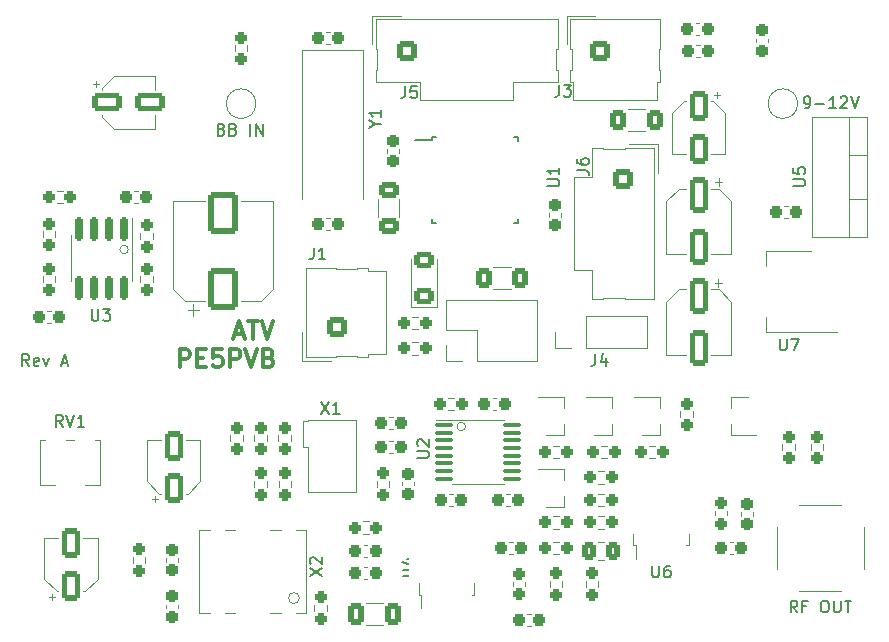
<source format=gbr>
%TF.GenerationSoftware,KiCad,Pcbnew,7.0.2*%
%TF.CreationDate,2023-08-02T15:39:13+02:00*%
%TF.ProjectId,ATV,4154562e-6b69-4636-9164-5f7063625858,1*%
%TF.SameCoordinates,Original*%
%TF.FileFunction,Legend,Top*%
%TF.FilePolarity,Positive*%
%FSLAX46Y46*%
G04 Gerber Fmt 4.6, Leading zero omitted, Abs format (unit mm)*
G04 Created by KiCad (PCBNEW 7.0.2) date 2023-08-02 15:39:13*
%MOMM*%
%LPD*%
G01*
G04 APERTURE LIST*
G04 Aperture macros list*
%AMRoundRect*
0 Rectangle with rounded corners*
0 $1 Rounding radius*
0 $2 $3 $4 $5 $6 $7 $8 $9 X,Y pos of 4 corners*
0 Add a 4 corners polygon primitive as box body*
4,1,4,$2,$3,$4,$5,$6,$7,$8,$9,$2,$3,0*
0 Add four circle primitives for the rounded corners*
1,1,$1+$1,$2,$3*
1,1,$1+$1,$4,$5*
1,1,$1+$1,$6,$7*
1,1,$1+$1,$8,$9*
0 Add four rect primitives between the rounded corners*
20,1,$1+$1,$2,$3,$4,$5,0*
20,1,$1+$1,$4,$5,$6,$7,0*
20,1,$1+$1,$6,$7,$8,$9,0*
20,1,$1+$1,$8,$9,$2,$3,0*%
%AMFreePoly0*
4,1,9,3.862500,-0.866500,0.737500,-0.866500,0.737500,-0.450000,-0.737500,-0.450000,-0.737500,0.450000,0.737500,0.450000,0.737500,0.866500,3.862500,0.866500,3.862500,-0.866500,3.862500,-0.866500,$1*%
G04 Aperture macros list end*
%ADD10C,0.120000*%
%ADD11C,0.200000*%
%ADD12C,0.375000*%
%ADD13C,0.150000*%
%ADD14C,0.100000*%
%ADD15RoundRect,0.237500X-0.237500X0.250000X-0.237500X-0.250000X0.237500X-0.250000X0.237500X0.250000X0*%
%ADD16RoundRect,0.237500X-0.250000X-0.237500X0.250000X-0.237500X0.250000X0.237500X-0.250000X0.237500X0*%
%ADD17O,2.000000X1.905000*%
%ADD18R,2.000000X1.905000*%
%ADD19R,1.000000X1.500000*%
%ADD20R,1.200000X1.600000*%
%ADD21R,3.000000X1.600000*%
%ADD22RoundRect,0.237500X-0.237500X0.300000X-0.237500X-0.300000X0.237500X-0.300000X0.237500X0.300000X0*%
%ADD23C,1.740000*%
%ADD24RoundRect,0.249999X0.620001X-0.620001X0.620001X0.620001X-0.620001X0.620001X-0.620001X-0.620001X0*%
%ADD25RoundRect,0.250000X0.550000X-1.050000X0.550000X1.050000X-0.550000X1.050000X-0.550000X-1.050000X0*%
%ADD26RoundRect,0.250000X-1.050000X-0.550000X1.050000X-0.550000X1.050000X0.550000X-1.050000X0.550000X0*%
%ADD27R,0.900000X0.800000*%
%ADD28R,1.300000X1.600000*%
%ADD29R,2.000000X1.600000*%
%ADD30RoundRect,0.237500X0.237500X-0.250000X0.237500X0.250000X-0.237500X0.250000X-0.237500X-0.250000X0*%
%ADD31RoundRect,0.250000X0.337500X0.475000X-0.337500X0.475000X-0.337500X-0.475000X0.337500X-0.475000X0*%
%ADD32RoundRect,0.249999X-0.400001X-0.625001X0.400001X-0.625001X0.400001X0.625001X-0.400001X0.625001X0*%
%ADD33R,2.000000X4.500000*%
%ADD34RoundRect,0.237500X0.300000X0.237500X-0.300000X0.237500X-0.300000X-0.237500X0.300000X-0.237500X0*%
%ADD35RoundRect,0.150000X-0.150000X0.825000X-0.150000X-0.825000X0.150000X-0.825000X0.150000X0.825000X0*%
%ADD36O,1.700000X1.700000*%
%ADD37R,1.700000X1.700000*%
%ADD38RoundRect,0.249999X-0.620001X-0.620001X0.620001X-0.620001X0.620001X0.620001X-0.620001X0.620001X0*%
%ADD39RoundRect,0.249999X0.400001X0.625001X-0.400001X0.625001X-0.400001X-0.625001X0.400001X-0.625001X0*%
%ADD40RoundRect,0.249999X-0.625001X0.400001X-0.625001X-0.400001X0.625001X-0.400001X0.625001X0.400001X0*%
%ADD41RoundRect,0.249999X-0.620001X0.620001X-0.620001X-0.620001X0.620001X-0.620001X0.620001X0.620001X0*%
%ADD42C,2.000000*%
%ADD43FreePoly0,90.000000*%
%ADD44R,0.900000X1.300000*%
%ADD45R,2.000000X1.500000*%
%ADD46R,2.000000X3.800000*%
%ADD47RoundRect,0.100000X-0.637500X-0.100000X0.637500X-0.100000X0.637500X0.100000X-0.637500X0.100000X0*%
%ADD48R,0.550000X1.600000*%
%ADD49R,1.600000X0.550000*%
%ADD50RoundRect,0.237500X0.250000X0.237500X-0.250000X0.237500X-0.250000X-0.237500X0.250000X-0.237500X0*%
%ADD51RoundRect,0.237500X-0.237500X0.287500X-0.237500X-0.287500X0.237500X-0.287500X0.237500X0.287500X0*%
%ADD52RoundRect,0.237500X0.237500X-0.287500X0.237500X0.287500X-0.237500X0.287500X-0.237500X-0.287500X0*%
%ADD53C,2.250000*%
%ADD54C,1.440000*%
%ADD55RoundRect,0.250000X0.625000X-0.462500X0.625000X0.462500X-0.625000X0.462500X-0.625000X-0.462500X0*%
%ADD56RoundRect,0.237500X0.237500X-0.300000X0.237500X0.300000X-0.237500X0.300000X-0.237500X-0.300000X0*%
%ADD57RoundRect,0.250000X-0.550000X1.250000X-0.550000X-1.250000X0.550000X-1.250000X0.550000X1.250000X0*%
%ADD58RoundRect,0.237500X-0.300000X-0.237500X0.300000X-0.237500X0.300000X0.237500X-0.300000X0.237500X0*%
%ADD59RoundRect,0.250000X-0.550000X1.050000X-0.550000X-1.050000X0.550000X-1.050000X0.550000X1.050000X0*%
%ADD60RoundRect,0.249997X0.412503X0.650003X-0.412503X0.650003X-0.412503X-0.650003X0.412503X-0.650003X0*%
%ADD61RoundRect,0.250000X1.000000X-1.500000X1.000000X1.500000X-1.000000X1.500000X-1.000000X-1.500000X0*%
G04 APERTURE END LIST*
D10*
X99016420Y-144145000D02*
G75*
G03*
X99016420Y-144145000I-359210J0D01*
G01*
X70463210Y-129159000D02*
G75*
G03*
X70463210Y-129159000I-359210J0D01*
G01*
D11*
X62063475Y-139019619D02*
X61730142Y-138543428D01*
X61492047Y-139019619D02*
X61492047Y-138019619D01*
X61492047Y-138019619D02*
X61872999Y-138019619D01*
X61872999Y-138019619D02*
X61968237Y-138067238D01*
X61968237Y-138067238D02*
X62015856Y-138114857D01*
X62015856Y-138114857D02*
X62063475Y-138210095D01*
X62063475Y-138210095D02*
X62063475Y-138352952D01*
X62063475Y-138352952D02*
X62015856Y-138448190D01*
X62015856Y-138448190D02*
X61968237Y-138495809D01*
X61968237Y-138495809D02*
X61872999Y-138543428D01*
X61872999Y-138543428D02*
X61492047Y-138543428D01*
X62872999Y-138972000D02*
X62777761Y-139019619D01*
X62777761Y-139019619D02*
X62587285Y-139019619D01*
X62587285Y-139019619D02*
X62492047Y-138972000D01*
X62492047Y-138972000D02*
X62444428Y-138876761D01*
X62444428Y-138876761D02*
X62444428Y-138495809D01*
X62444428Y-138495809D02*
X62492047Y-138400571D01*
X62492047Y-138400571D02*
X62587285Y-138352952D01*
X62587285Y-138352952D02*
X62777761Y-138352952D01*
X62777761Y-138352952D02*
X62872999Y-138400571D01*
X62872999Y-138400571D02*
X62920618Y-138495809D01*
X62920618Y-138495809D02*
X62920618Y-138591047D01*
X62920618Y-138591047D02*
X62444428Y-138686285D01*
X63253952Y-138352952D02*
X63492047Y-139019619D01*
X63492047Y-139019619D02*
X63730142Y-138352952D01*
X64825381Y-138733904D02*
X65301571Y-138733904D01*
X64730143Y-139019619D02*
X65063476Y-138019619D01*
X65063476Y-138019619D02*
X65396809Y-139019619D01*
D12*
X79454572Y-136282357D02*
X80168858Y-136282357D01*
X79311715Y-136710928D02*
X79811715Y-135210928D01*
X79811715Y-135210928D02*
X80311715Y-136710928D01*
X80597429Y-135210928D02*
X81454572Y-135210928D01*
X81026000Y-136710928D02*
X81026000Y-135210928D01*
X81740286Y-135210928D02*
X82240286Y-136710928D01*
X82240286Y-136710928D02*
X82740286Y-135210928D01*
X74811428Y-139123928D02*
X74811428Y-137623928D01*
X74811428Y-137623928D02*
X75382857Y-137623928D01*
X75382857Y-137623928D02*
X75525714Y-137695357D01*
X75525714Y-137695357D02*
X75597143Y-137766785D01*
X75597143Y-137766785D02*
X75668571Y-137909642D01*
X75668571Y-137909642D02*
X75668571Y-138123928D01*
X75668571Y-138123928D02*
X75597143Y-138266785D01*
X75597143Y-138266785D02*
X75525714Y-138338214D01*
X75525714Y-138338214D02*
X75382857Y-138409642D01*
X75382857Y-138409642D02*
X74811428Y-138409642D01*
X76311428Y-138338214D02*
X76811428Y-138338214D01*
X77025714Y-139123928D02*
X76311428Y-139123928D01*
X76311428Y-139123928D02*
X76311428Y-137623928D01*
X76311428Y-137623928D02*
X77025714Y-137623928D01*
X78382857Y-137623928D02*
X77668571Y-137623928D01*
X77668571Y-137623928D02*
X77597143Y-138338214D01*
X77597143Y-138338214D02*
X77668571Y-138266785D01*
X77668571Y-138266785D02*
X77811429Y-138195357D01*
X77811429Y-138195357D02*
X78168571Y-138195357D01*
X78168571Y-138195357D02*
X78311429Y-138266785D01*
X78311429Y-138266785D02*
X78382857Y-138338214D01*
X78382857Y-138338214D02*
X78454286Y-138481071D01*
X78454286Y-138481071D02*
X78454286Y-138838214D01*
X78454286Y-138838214D02*
X78382857Y-138981071D01*
X78382857Y-138981071D02*
X78311429Y-139052500D01*
X78311429Y-139052500D02*
X78168571Y-139123928D01*
X78168571Y-139123928D02*
X77811429Y-139123928D01*
X77811429Y-139123928D02*
X77668571Y-139052500D01*
X77668571Y-139052500D02*
X77597143Y-138981071D01*
X79097142Y-139123928D02*
X79097142Y-137623928D01*
X79097142Y-137623928D02*
X79668571Y-137623928D01*
X79668571Y-137623928D02*
X79811428Y-137695357D01*
X79811428Y-137695357D02*
X79882857Y-137766785D01*
X79882857Y-137766785D02*
X79954285Y-137909642D01*
X79954285Y-137909642D02*
X79954285Y-138123928D01*
X79954285Y-138123928D02*
X79882857Y-138266785D01*
X79882857Y-138266785D02*
X79811428Y-138338214D01*
X79811428Y-138338214D02*
X79668571Y-138409642D01*
X79668571Y-138409642D02*
X79097142Y-138409642D01*
X80382857Y-137623928D02*
X80882857Y-139123928D01*
X80882857Y-139123928D02*
X81382857Y-137623928D01*
X82382856Y-138338214D02*
X82597142Y-138409642D01*
X82597142Y-138409642D02*
X82668571Y-138481071D01*
X82668571Y-138481071D02*
X82739999Y-138623928D01*
X82739999Y-138623928D02*
X82739999Y-138838214D01*
X82739999Y-138838214D02*
X82668571Y-138981071D01*
X82668571Y-138981071D02*
X82597142Y-139052500D01*
X82597142Y-139052500D02*
X82454285Y-139123928D01*
X82454285Y-139123928D02*
X81882856Y-139123928D01*
X81882856Y-139123928D02*
X81882856Y-137623928D01*
X81882856Y-137623928D02*
X82382856Y-137623928D01*
X82382856Y-137623928D02*
X82525714Y-137695357D01*
X82525714Y-137695357D02*
X82597142Y-137766785D01*
X82597142Y-137766785D02*
X82668571Y-137909642D01*
X82668571Y-137909642D02*
X82668571Y-138052500D01*
X82668571Y-138052500D02*
X82597142Y-138195357D01*
X82597142Y-138195357D02*
X82525714Y-138266785D01*
X82525714Y-138266785D02*
X82382856Y-138338214D01*
X82382856Y-138338214D02*
X81882856Y-138338214D01*
D13*
%TO.C,U5*%
X126767419Y-123774104D02*
X127576942Y-123774104D01*
X127576942Y-123774104D02*
X127672180Y-123726485D01*
X127672180Y-123726485D02*
X127719800Y-123678866D01*
X127719800Y-123678866D02*
X127767419Y-123583628D01*
X127767419Y-123583628D02*
X127767419Y-123393152D01*
X127767419Y-123393152D02*
X127719800Y-123297914D01*
X127719800Y-123297914D02*
X127672180Y-123250295D01*
X127672180Y-123250295D02*
X127576942Y-123202676D01*
X127576942Y-123202676D02*
X126767419Y-123202676D01*
X126767419Y-122250295D02*
X126767419Y-122726485D01*
X126767419Y-122726485D02*
X127243609Y-122774104D01*
X127243609Y-122774104D02*
X127195990Y-122726485D01*
X127195990Y-122726485D02*
X127148371Y-122631247D01*
X127148371Y-122631247D02*
X127148371Y-122393152D01*
X127148371Y-122393152D02*
X127195990Y-122297914D01*
X127195990Y-122297914D02*
X127243609Y-122250295D01*
X127243609Y-122250295D02*
X127338847Y-122202676D01*
X127338847Y-122202676D02*
X127576942Y-122202676D01*
X127576942Y-122202676D02*
X127672180Y-122250295D01*
X127672180Y-122250295D02*
X127719800Y-122297914D01*
X127719800Y-122297914D02*
X127767419Y-122393152D01*
X127767419Y-122393152D02*
X127767419Y-122631247D01*
X127767419Y-122631247D02*
X127719800Y-122726485D01*
X127719800Y-122726485D02*
X127672180Y-122774104D01*
%TO.C,X1*%
X86795076Y-142083619D02*
X87461742Y-143083619D01*
X87461742Y-142083619D02*
X86795076Y-143083619D01*
X88366504Y-143083619D02*
X87795076Y-143083619D01*
X88080790Y-143083619D02*
X88080790Y-142083619D01*
X88080790Y-142083619D02*
X87985552Y-142226476D01*
X87985552Y-142226476D02*
X87890314Y-142321714D01*
X87890314Y-142321714D02*
X87795076Y-142369333D01*
%TO.C,X2*%
X85822619Y-156765523D02*
X86822619Y-156098857D01*
X85822619Y-156098857D02*
X86822619Y-156765523D01*
X85917857Y-155765523D02*
X85870238Y-155717904D01*
X85870238Y-155717904D02*
X85822619Y-155622666D01*
X85822619Y-155622666D02*
X85822619Y-155384571D01*
X85822619Y-155384571D02*
X85870238Y-155289333D01*
X85870238Y-155289333D02*
X85917857Y-155241714D01*
X85917857Y-155241714D02*
X86013095Y-155194095D01*
X86013095Y-155194095D02*
X86108333Y-155194095D01*
X86108333Y-155194095D02*
X86251190Y-155241714D01*
X86251190Y-155241714D02*
X86822619Y-155813142D01*
X86822619Y-155813142D02*
X86822619Y-155194095D01*
%TO.C,J1*%
X86153666Y-129002619D02*
X86153666Y-129716904D01*
X86153666Y-129716904D02*
X86106047Y-129859761D01*
X86106047Y-129859761D02*
X86010809Y-129955000D01*
X86010809Y-129955000D02*
X85867952Y-130002619D01*
X85867952Y-130002619D02*
X85772714Y-130002619D01*
X87153666Y-130002619D02*
X86582238Y-130002619D01*
X86867952Y-130002619D02*
X86867952Y-129002619D01*
X86867952Y-129002619D02*
X86772714Y-129145476D01*
X86772714Y-129145476D02*
X86677476Y-129240714D01*
X86677476Y-129240714D02*
X86582238Y-129288333D01*
%TO.C,RV1*%
X64936761Y-144155619D02*
X64603428Y-143679428D01*
X64365333Y-144155619D02*
X64365333Y-143155619D01*
X64365333Y-143155619D02*
X64746285Y-143155619D01*
X64746285Y-143155619D02*
X64841523Y-143203238D01*
X64841523Y-143203238D02*
X64889142Y-143250857D01*
X64889142Y-143250857D02*
X64936761Y-143346095D01*
X64936761Y-143346095D02*
X64936761Y-143488952D01*
X64936761Y-143488952D02*
X64889142Y-143584190D01*
X64889142Y-143584190D02*
X64841523Y-143631809D01*
X64841523Y-143631809D02*
X64746285Y-143679428D01*
X64746285Y-143679428D02*
X64365333Y-143679428D01*
X65222476Y-143155619D02*
X65555809Y-144155619D01*
X65555809Y-144155619D02*
X65889142Y-143155619D01*
X66746285Y-144155619D02*
X66174857Y-144155619D01*
X66460571Y-144155619D02*
X66460571Y-143155619D01*
X66460571Y-143155619D02*
X66365333Y-143298476D01*
X66365333Y-143298476D02*
X66270095Y-143393714D01*
X66270095Y-143393714D02*
X66174857Y-143441333D01*
%TO.C,Y1*%
X91375628Y-118535390D02*
X91851819Y-118535390D01*
X90851819Y-118868723D02*
X91375628Y-118535390D01*
X91375628Y-118535390D02*
X90851819Y-118202057D01*
X91851819Y-117344914D02*
X91851819Y-117916342D01*
X91851819Y-117630628D02*
X90851819Y-117630628D01*
X90851819Y-117630628D02*
X90994676Y-117725866D01*
X90994676Y-117725866D02*
X91089914Y-117821104D01*
X91089914Y-117821104D02*
X91137533Y-117916342D01*
%TO.C,U3*%
X67360895Y-134184219D02*
X67360895Y-134993742D01*
X67360895Y-134993742D02*
X67408514Y-135088980D01*
X67408514Y-135088980D02*
X67456133Y-135136600D01*
X67456133Y-135136600D02*
X67551371Y-135184219D01*
X67551371Y-135184219D02*
X67741847Y-135184219D01*
X67741847Y-135184219D02*
X67837085Y-135136600D01*
X67837085Y-135136600D02*
X67884704Y-135088980D01*
X67884704Y-135088980D02*
X67932323Y-134993742D01*
X67932323Y-134993742D02*
X67932323Y-134184219D01*
X68313276Y-134184219D02*
X68932323Y-134184219D01*
X68932323Y-134184219D02*
X68598990Y-134565171D01*
X68598990Y-134565171D02*
X68741847Y-134565171D01*
X68741847Y-134565171D02*
X68837085Y-134612790D01*
X68837085Y-134612790D02*
X68884704Y-134660409D01*
X68884704Y-134660409D02*
X68932323Y-134755647D01*
X68932323Y-134755647D02*
X68932323Y-134993742D01*
X68932323Y-134993742D02*
X68884704Y-135088980D01*
X68884704Y-135088980D02*
X68837085Y-135136600D01*
X68837085Y-135136600D02*
X68741847Y-135184219D01*
X68741847Y-135184219D02*
X68456133Y-135184219D01*
X68456133Y-135184219D02*
X68360895Y-135136600D01*
X68360895Y-135136600D02*
X68313276Y-135088980D01*
%TO.C,J4*%
X110016966Y-138006919D02*
X110016966Y-138721204D01*
X110016966Y-138721204D02*
X109969347Y-138864061D01*
X109969347Y-138864061D02*
X109874109Y-138959300D01*
X109874109Y-138959300D02*
X109731252Y-139006919D01*
X109731252Y-139006919D02*
X109636014Y-139006919D01*
X110921728Y-138340252D02*
X110921728Y-139006919D01*
X110683633Y-137959300D02*
X110445538Y-138673585D01*
X110445538Y-138673585D02*
X111064585Y-138673585D01*
%TO.C,J5*%
X93926066Y-115324719D02*
X93926066Y-116039004D01*
X93926066Y-116039004D02*
X93878447Y-116181861D01*
X93878447Y-116181861D02*
X93783209Y-116277100D01*
X93783209Y-116277100D02*
X93640352Y-116324719D01*
X93640352Y-116324719D02*
X93545114Y-116324719D01*
X94878447Y-115324719D02*
X94402257Y-115324719D01*
X94402257Y-115324719D02*
X94354638Y-115800909D01*
X94354638Y-115800909D02*
X94402257Y-115753290D01*
X94402257Y-115753290D02*
X94497495Y-115705671D01*
X94497495Y-115705671D02*
X94735590Y-115705671D01*
X94735590Y-115705671D02*
X94830828Y-115753290D01*
X94830828Y-115753290D02*
X94878447Y-115800909D01*
X94878447Y-115800909D02*
X94926066Y-115896147D01*
X94926066Y-115896147D02*
X94926066Y-116134242D01*
X94926066Y-116134242D02*
X94878447Y-116229480D01*
X94878447Y-116229480D02*
X94830828Y-116277100D01*
X94830828Y-116277100D02*
X94735590Y-116324719D01*
X94735590Y-116324719D02*
X94497495Y-116324719D01*
X94497495Y-116324719D02*
X94402257Y-116277100D01*
X94402257Y-116277100D02*
X94354638Y-116229480D01*
%TO.C,J6*%
X108441319Y-122431133D02*
X109155604Y-122431133D01*
X109155604Y-122431133D02*
X109298461Y-122478752D01*
X109298461Y-122478752D02*
X109393700Y-122573990D01*
X109393700Y-122573990D02*
X109441319Y-122716847D01*
X109441319Y-122716847D02*
X109441319Y-122812085D01*
X108441319Y-121526371D02*
X108441319Y-121716847D01*
X108441319Y-121716847D02*
X108488938Y-121812085D01*
X108488938Y-121812085D02*
X108536557Y-121859704D01*
X108536557Y-121859704D02*
X108679414Y-121954942D01*
X108679414Y-121954942D02*
X108869890Y-122002561D01*
X108869890Y-122002561D02*
X109250842Y-122002561D01*
X109250842Y-122002561D02*
X109346080Y-121954942D01*
X109346080Y-121954942D02*
X109393700Y-121907323D01*
X109393700Y-121907323D02*
X109441319Y-121812085D01*
X109441319Y-121812085D02*
X109441319Y-121621609D01*
X109441319Y-121621609D02*
X109393700Y-121526371D01*
X109393700Y-121526371D02*
X109346080Y-121478752D01*
X109346080Y-121478752D02*
X109250842Y-121431133D01*
X109250842Y-121431133D02*
X109012747Y-121431133D01*
X109012747Y-121431133D02*
X108917509Y-121478752D01*
X108917509Y-121478752D02*
X108869890Y-121526371D01*
X108869890Y-121526371D02*
X108822271Y-121621609D01*
X108822271Y-121621609D02*
X108822271Y-121812085D01*
X108822271Y-121812085D02*
X108869890Y-121907323D01*
X108869890Y-121907323D02*
X108917509Y-121954942D01*
X108917509Y-121954942D02*
X109012747Y-122002561D01*
%TO.C,J3*%
X106943566Y-115210419D02*
X106943566Y-115924704D01*
X106943566Y-115924704D02*
X106895947Y-116067561D01*
X106895947Y-116067561D02*
X106800709Y-116162800D01*
X106800709Y-116162800D02*
X106657852Y-116210419D01*
X106657852Y-116210419D02*
X106562614Y-116210419D01*
X107324519Y-115210419D02*
X107943566Y-115210419D01*
X107943566Y-115210419D02*
X107610233Y-115591371D01*
X107610233Y-115591371D02*
X107753090Y-115591371D01*
X107753090Y-115591371D02*
X107848328Y-115638990D01*
X107848328Y-115638990D02*
X107895947Y-115686609D01*
X107895947Y-115686609D02*
X107943566Y-115781847D01*
X107943566Y-115781847D02*
X107943566Y-116019942D01*
X107943566Y-116019942D02*
X107895947Y-116115180D01*
X107895947Y-116115180D02*
X107848328Y-116162800D01*
X107848328Y-116162800D02*
X107753090Y-116210419D01*
X107753090Y-116210419D02*
X107467376Y-116210419D01*
X107467376Y-116210419D02*
X107372138Y-116162800D01*
X107372138Y-116162800D02*
X107324519Y-116115180D01*
%TO.C,J2*%
X78362371Y-118988609D02*
X78505228Y-119036228D01*
X78505228Y-119036228D02*
X78552847Y-119083847D01*
X78552847Y-119083847D02*
X78600466Y-119179085D01*
X78600466Y-119179085D02*
X78600466Y-119321942D01*
X78600466Y-119321942D02*
X78552847Y-119417180D01*
X78552847Y-119417180D02*
X78505228Y-119464800D01*
X78505228Y-119464800D02*
X78409990Y-119512419D01*
X78409990Y-119512419D02*
X78029038Y-119512419D01*
X78029038Y-119512419D02*
X78029038Y-118512419D01*
X78029038Y-118512419D02*
X78362371Y-118512419D01*
X78362371Y-118512419D02*
X78457609Y-118560038D01*
X78457609Y-118560038D02*
X78505228Y-118607657D01*
X78505228Y-118607657D02*
X78552847Y-118702895D01*
X78552847Y-118702895D02*
X78552847Y-118798133D01*
X78552847Y-118798133D02*
X78505228Y-118893371D01*
X78505228Y-118893371D02*
X78457609Y-118940990D01*
X78457609Y-118940990D02*
X78362371Y-118988609D01*
X78362371Y-118988609D02*
X78029038Y-118988609D01*
X79362371Y-118988609D02*
X79505228Y-119036228D01*
X79505228Y-119036228D02*
X79552847Y-119083847D01*
X79552847Y-119083847D02*
X79600466Y-119179085D01*
X79600466Y-119179085D02*
X79600466Y-119321942D01*
X79600466Y-119321942D02*
X79552847Y-119417180D01*
X79552847Y-119417180D02*
X79505228Y-119464800D01*
X79505228Y-119464800D02*
X79409990Y-119512419D01*
X79409990Y-119512419D02*
X79029038Y-119512419D01*
X79029038Y-119512419D02*
X79029038Y-118512419D01*
X79029038Y-118512419D02*
X79362371Y-118512419D01*
X79362371Y-118512419D02*
X79457609Y-118560038D01*
X79457609Y-118560038D02*
X79505228Y-118607657D01*
X79505228Y-118607657D02*
X79552847Y-118702895D01*
X79552847Y-118702895D02*
X79552847Y-118798133D01*
X79552847Y-118798133D02*
X79505228Y-118893371D01*
X79505228Y-118893371D02*
X79457609Y-118940990D01*
X79457609Y-118940990D02*
X79362371Y-118988609D01*
X79362371Y-118988609D02*
X79029038Y-118988609D01*
X80790943Y-119512419D02*
X80790943Y-118512419D01*
X81267133Y-119512419D02*
X81267133Y-118512419D01*
X81267133Y-118512419D02*
X81838561Y-119512419D01*
X81838561Y-119512419D02*
X81838561Y-118512419D01*
%TO.C,U6*%
X114808095Y-155926619D02*
X114808095Y-156736142D01*
X114808095Y-156736142D02*
X114855714Y-156831380D01*
X114855714Y-156831380D02*
X114903333Y-156879000D01*
X114903333Y-156879000D02*
X114998571Y-156926619D01*
X114998571Y-156926619D02*
X115189047Y-156926619D01*
X115189047Y-156926619D02*
X115284285Y-156879000D01*
X115284285Y-156879000D02*
X115331904Y-156831380D01*
X115331904Y-156831380D02*
X115379523Y-156736142D01*
X115379523Y-156736142D02*
X115379523Y-155926619D01*
X116284285Y-155926619D02*
X116093809Y-155926619D01*
X116093809Y-155926619D02*
X115998571Y-155974238D01*
X115998571Y-155974238D02*
X115950952Y-156021857D01*
X115950952Y-156021857D02*
X115855714Y-156164714D01*
X115855714Y-156164714D02*
X115808095Y-156355190D01*
X115808095Y-156355190D02*
X115808095Y-156736142D01*
X115808095Y-156736142D02*
X115855714Y-156831380D01*
X115855714Y-156831380D02*
X115903333Y-156879000D01*
X115903333Y-156879000D02*
X115998571Y-156926619D01*
X115998571Y-156926619D02*
X116189047Y-156926619D01*
X116189047Y-156926619D02*
X116284285Y-156879000D01*
X116284285Y-156879000D02*
X116331904Y-156831380D01*
X116331904Y-156831380D02*
X116379523Y-156736142D01*
X116379523Y-156736142D02*
X116379523Y-156498047D01*
X116379523Y-156498047D02*
X116331904Y-156402809D01*
X116331904Y-156402809D02*
X116284285Y-156355190D01*
X116284285Y-156355190D02*
X116189047Y-156307571D01*
X116189047Y-156307571D02*
X115998571Y-156307571D01*
X115998571Y-156307571D02*
X115903333Y-156355190D01*
X115903333Y-156355190D02*
X115855714Y-156402809D01*
X115855714Y-156402809D02*
X115808095Y-156498047D01*
%TO.C,U7*%
X125628495Y-136703019D02*
X125628495Y-137512542D01*
X125628495Y-137512542D02*
X125676114Y-137607780D01*
X125676114Y-137607780D02*
X125723733Y-137655400D01*
X125723733Y-137655400D02*
X125818971Y-137703019D01*
X125818971Y-137703019D02*
X126009447Y-137703019D01*
X126009447Y-137703019D02*
X126104685Y-137655400D01*
X126104685Y-137655400D02*
X126152304Y-137607780D01*
X126152304Y-137607780D02*
X126199923Y-137512542D01*
X126199923Y-137512542D02*
X126199923Y-136703019D01*
X126580876Y-136703019D02*
X127247542Y-136703019D01*
X127247542Y-136703019D02*
X126818971Y-137703019D01*
%TO.C,U4*%
X93696619Y-156844904D02*
X94506142Y-156844904D01*
X94506142Y-156844904D02*
X94601380Y-156797285D01*
X94601380Y-156797285D02*
X94649000Y-156749666D01*
X94649000Y-156749666D02*
X94696619Y-156654428D01*
X94696619Y-156654428D02*
X94696619Y-156463952D01*
X94696619Y-156463952D02*
X94649000Y-156368714D01*
X94649000Y-156368714D02*
X94601380Y-156321095D01*
X94601380Y-156321095D02*
X94506142Y-156273476D01*
X94506142Y-156273476D02*
X93696619Y-156273476D01*
X94029952Y-155368714D02*
X94696619Y-155368714D01*
X93649000Y-155606809D02*
X94363285Y-155844904D01*
X94363285Y-155844904D02*
X94363285Y-155225857D01*
%TO.C,U2*%
X94915819Y-146811904D02*
X95725342Y-146811904D01*
X95725342Y-146811904D02*
X95820580Y-146764285D01*
X95820580Y-146764285D02*
X95868200Y-146716666D01*
X95868200Y-146716666D02*
X95915819Y-146621428D01*
X95915819Y-146621428D02*
X95915819Y-146430952D01*
X95915819Y-146430952D02*
X95868200Y-146335714D01*
X95868200Y-146335714D02*
X95820580Y-146288095D01*
X95820580Y-146288095D02*
X95725342Y-146240476D01*
X95725342Y-146240476D02*
X94915819Y-146240476D01*
X95011057Y-145811904D02*
X94963438Y-145764285D01*
X94963438Y-145764285D02*
X94915819Y-145669047D01*
X94915819Y-145669047D02*
X94915819Y-145430952D01*
X94915819Y-145430952D02*
X94963438Y-145335714D01*
X94963438Y-145335714D02*
X95011057Y-145288095D01*
X95011057Y-145288095D02*
X95106295Y-145240476D01*
X95106295Y-145240476D02*
X95201533Y-145240476D01*
X95201533Y-145240476D02*
X95344390Y-145288095D01*
X95344390Y-145288095D02*
X95915819Y-145859523D01*
X95915819Y-145859523D02*
X95915819Y-145240476D01*
%TO.C,U1*%
X105939419Y-123799504D02*
X106748942Y-123799504D01*
X106748942Y-123799504D02*
X106844180Y-123751885D01*
X106844180Y-123751885D02*
X106891800Y-123704266D01*
X106891800Y-123704266D02*
X106939419Y-123609028D01*
X106939419Y-123609028D02*
X106939419Y-123418552D01*
X106939419Y-123418552D02*
X106891800Y-123323314D01*
X106891800Y-123323314D02*
X106844180Y-123275695D01*
X106844180Y-123275695D02*
X106748942Y-123228076D01*
X106748942Y-123228076D02*
X105939419Y-123228076D01*
X106939419Y-122228076D02*
X106939419Y-122799504D01*
X106939419Y-122513790D02*
X105939419Y-122513790D01*
X105939419Y-122513790D02*
X106082276Y-122609028D01*
X106082276Y-122609028D02*
X106177514Y-122704266D01*
X106177514Y-122704266D02*
X106225133Y-122799504D01*
%TO.C,J9*%
X127103428Y-159894619D02*
X126770095Y-159418428D01*
X126532000Y-159894619D02*
X126532000Y-158894619D01*
X126532000Y-158894619D02*
X126912952Y-158894619D01*
X126912952Y-158894619D02*
X127008190Y-158942238D01*
X127008190Y-158942238D02*
X127055809Y-158989857D01*
X127055809Y-158989857D02*
X127103428Y-159085095D01*
X127103428Y-159085095D02*
X127103428Y-159227952D01*
X127103428Y-159227952D02*
X127055809Y-159323190D01*
X127055809Y-159323190D02*
X127008190Y-159370809D01*
X127008190Y-159370809D02*
X126912952Y-159418428D01*
X126912952Y-159418428D02*
X126532000Y-159418428D01*
X127865333Y-159370809D02*
X127532000Y-159370809D01*
X127532000Y-159894619D02*
X127532000Y-158894619D01*
X127532000Y-158894619D02*
X128008190Y-158894619D01*
X129341524Y-158894619D02*
X129532000Y-158894619D01*
X129532000Y-158894619D02*
X129627238Y-158942238D01*
X129627238Y-158942238D02*
X129722476Y-159037476D01*
X129722476Y-159037476D02*
X129770095Y-159227952D01*
X129770095Y-159227952D02*
X129770095Y-159561285D01*
X129770095Y-159561285D02*
X129722476Y-159751761D01*
X129722476Y-159751761D02*
X129627238Y-159847000D01*
X129627238Y-159847000D02*
X129532000Y-159894619D01*
X129532000Y-159894619D02*
X129341524Y-159894619D01*
X129341524Y-159894619D02*
X129246286Y-159847000D01*
X129246286Y-159847000D02*
X129151048Y-159751761D01*
X129151048Y-159751761D02*
X129103429Y-159561285D01*
X129103429Y-159561285D02*
X129103429Y-159227952D01*
X129103429Y-159227952D02*
X129151048Y-159037476D01*
X129151048Y-159037476D02*
X129246286Y-158942238D01*
X129246286Y-158942238D02*
X129341524Y-158894619D01*
X130198667Y-158894619D02*
X130198667Y-159704142D01*
X130198667Y-159704142D02*
X130246286Y-159799380D01*
X130246286Y-159799380D02*
X130293905Y-159847000D01*
X130293905Y-159847000D02*
X130389143Y-159894619D01*
X130389143Y-159894619D02*
X130579619Y-159894619D01*
X130579619Y-159894619D02*
X130674857Y-159847000D01*
X130674857Y-159847000D02*
X130722476Y-159799380D01*
X130722476Y-159799380D02*
X130770095Y-159704142D01*
X130770095Y-159704142D02*
X130770095Y-158894619D01*
X131103429Y-158894619D02*
X131674857Y-158894619D01*
X131389143Y-159894619D02*
X131389143Y-158894619D01*
%TO.C,J8*%
X127730524Y-117201019D02*
X127921000Y-117201019D01*
X127921000Y-117201019D02*
X128016238Y-117153400D01*
X128016238Y-117153400D02*
X128063857Y-117105780D01*
X128063857Y-117105780D02*
X128159095Y-116962923D01*
X128159095Y-116962923D02*
X128206714Y-116772447D01*
X128206714Y-116772447D02*
X128206714Y-116391495D01*
X128206714Y-116391495D02*
X128159095Y-116296257D01*
X128159095Y-116296257D02*
X128111476Y-116248638D01*
X128111476Y-116248638D02*
X128016238Y-116201019D01*
X128016238Y-116201019D02*
X127825762Y-116201019D01*
X127825762Y-116201019D02*
X127730524Y-116248638D01*
X127730524Y-116248638D02*
X127682905Y-116296257D01*
X127682905Y-116296257D02*
X127635286Y-116391495D01*
X127635286Y-116391495D02*
X127635286Y-116629590D01*
X127635286Y-116629590D02*
X127682905Y-116724828D01*
X127682905Y-116724828D02*
X127730524Y-116772447D01*
X127730524Y-116772447D02*
X127825762Y-116820066D01*
X127825762Y-116820066D02*
X128016238Y-116820066D01*
X128016238Y-116820066D02*
X128111476Y-116772447D01*
X128111476Y-116772447D02*
X128159095Y-116724828D01*
X128159095Y-116724828D02*
X128206714Y-116629590D01*
X128635286Y-116820066D02*
X129397191Y-116820066D01*
X130397190Y-117201019D02*
X129825762Y-117201019D01*
X130111476Y-117201019D02*
X130111476Y-116201019D01*
X130111476Y-116201019D02*
X130016238Y-116343876D01*
X130016238Y-116343876D02*
X129921000Y-116439114D01*
X129921000Y-116439114D02*
X129825762Y-116486733D01*
X130778143Y-116296257D02*
X130825762Y-116248638D01*
X130825762Y-116248638D02*
X130921000Y-116201019D01*
X130921000Y-116201019D02*
X131159095Y-116201019D01*
X131159095Y-116201019D02*
X131254333Y-116248638D01*
X131254333Y-116248638D02*
X131301952Y-116296257D01*
X131301952Y-116296257D02*
X131349571Y-116391495D01*
X131349571Y-116391495D02*
X131349571Y-116486733D01*
X131349571Y-116486733D02*
X131301952Y-116629590D01*
X131301952Y-116629590D02*
X130730524Y-117201019D01*
X130730524Y-117201019D02*
X131349571Y-117201019D01*
X131635286Y-116201019D02*
X131968619Y-117201019D01*
X131968619Y-117201019D02*
X132301952Y-116201019D01*
D10*
%TO.C,R3*%
X92521300Y-148739776D02*
X92521300Y-149249224D01*
X91476300Y-148739776D02*
X91476300Y-149249224D01*
%TO.C,R22*%
X90296276Y-152182300D02*
X90805724Y-152182300D01*
X90296276Y-153227300D02*
X90805724Y-153227300D01*
%TO.C,U5*%
X133025900Y-117904900D02*
X133025900Y-128144900D01*
X128384900Y-117904900D02*
X128384900Y-128144900D01*
X133025900Y-117904900D02*
X128384900Y-117904900D01*
X133025900Y-128144900D02*
X128384900Y-128144900D01*
X131515900Y-117904900D02*
X131515900Y-128144900D01*
X133025900Y-121174900D02*
X131515900Y-121174900D01*
X133025900Y-124875900D02*
X131515900Y-124875900D01*
%TO.C,R21*%
X84228200Y-148739776D02*
X84228200Y-149249224D01*
X83183200Y-148739776D02*
X83183200Y-149249224D01*
%TO.C,X1*%
X85212000Y-143687800D02*
X85212000Y-145877280D01*
X89772000Y-149664240D02*
X89772000Y-143621760D01*
X89738200Y-149670000D02*
X85667240Y-149670000D01*
X85217000Y-143680000D02*
X85677000Y-143680000D01*
X85652000Y-143680000D02*
X85652000Y-143620000D01*
X85652000Y-143620000D02*
X89773760Y-143620000D01*
X85652000Y-149666960D02*
X85652000Y-145880000D01*
X85652000Y-145880000D02*
X85211920Y-145880000D01*
%TO.C,X2*%
X84941977Y-158675000D02*
G75*
G03*
X84941977Y-158675000I-460977J0D01*
G01*
X85471000Y-159925000D02*
X85471000Y-152925000D01*
X76471000Y-159925000D02*
X76471000Y-152925000D01*
X85471000Y-159925000D02*
X76471000Y-159925000D01*
X85471000Y-152925000D02*
X76471000Y-152925000D01*
%TO.C,C6*%
X94693200Y-148848233D02*
X94693200Y-149140767D01*
X93673200Y-148848233D02*
X93673200Y-149140767D01*
%TO.C,R8*%
X94487276Y-137018500D02*
X94996724Y-137018500D01*
X94487276Y-138063500D02*
X94996724Y-138063500D01*
%TO.C,J1*%
X85478000Y-138293000D02*
X88008000Y-138293000D01*
X88008000Y-138293000D02*
X88008000Y-138163000D01*
X88008000Y-138163000D02*
X89818000Y-138163000D01*
X89818000Y-138163000D02*
X89818000Y-138293000D01*
X89818000Y-138293000D02*
X90798000Y-138293000D01*
X90798000Y-138293000D02*
X90798000Y-138033000D01*
X90798000Y-138033000D02*
X92298000Y-138033000D01*
X92298000Y-138033000D02*
X92298000Y-130953000D01*
X92298000Y-130953000D02*
X90798000Y-130953000D01*
X90798000Y-130953000D02*
X90798000Y-130693000D01*
X90798000Y-130693000D02*
X89818000Y-130693000D01*
X89818000Y-130693000D02*
X89818000Y-130823000D01*
X89818000Y-130823000D02*
X88008000Y-130823000D01*
X88008000Y-130823000D02*
X88008000Y-130693000D01*
X88008000Y-130693000D02*
X85478000Y-130693000D01*
X85478000Y-130693000D02*
X85478000Y-138293000D01*
X87588000Y-138593000D02*
X85178000Y-138593000D01*
X85178000Y-138593000D02*
X85178000Y-136183000D01*
%TO.C,C14*%
X72485000Y-150324000D02*
X72985000Y-150324000D01*
X72735000Y-150574000D02*
X72735000Y-150074000D01*
X75490563Y-149834000D02*
X76555000Y-148769563D01*
X73099437Y-149834000D02*
X72035000Y-148769563D01*
X73099437Y-149834000D02*
X73235000Y-149834000D01*
X75490563Y-149834000D02*
X75355000Y-149834000D01*
X76555000Y-148769563D02*
X76555000Y-145314000D01*
X72035000Y-148769563D02*
X72035000Y-145314000D01*
X72035000Y-145314000D02*
X73235000Y-145314000D01*
X76555000Y-145314000D02*
X75355000Y-145314000D01*
%TO.C,C18*%
X63785500Y-158579000D02*
X64285500Y-158579000D01*
X64035500Y-158829000D02*
X64035500Y-158329000D01*
X66791063Y-158089000D02*
X67855500Y-157024563D01*
X64399937Y-158089000D02*
X63335500Y-157024563D01*
X64399937Y-158089000D02*
X64535500Y-158089000D01*
X66791063Y-158089000D02*
X66655500Y-158089000D01*
X67855500Y-157024563D02*
X67855500Y-153569000D01*
X63335500Y-157024563D02*
X63335500Y-153569000D01*
X63335500Y-153569000D02*
X64535500Y-153569000D01*
X67855500Y-153569000D02*
X66655500Y-153569000D01*
%TO.C,C11*%
X67735000Y-114903000D02*
X67735000Y-115403000D01*
X67485000Y-115153000D02*
X67985000Y-115153000D01*
X68225000Y-117908563D02*
X69289437Y-118973000D01*
X68225000Y-115517437D02*
X69289437Y-114453000D01*
X68225000Y-115517437D02*
X68225000Y-115653000D01*
X68225000Y-117908563D02*
X68225000Y-117773000D01*
X69289437Y-118973000D02*
X72745000Y-118973000D01*
X69289437Y-114453000D02*
X72745000Y-114453000D01*
X72745000Y-114453000D02*
X72745000Y-115653000D01*
X72745000Y-118973000D02*
X72745000Y-117773000D01*
%TO.C,Q1*%
X121477500Y-141676000D02*
X122937500Y-141676000D01*
X121477500Y-144836000D02*
X123637500Y-144836000D01*
X121477500Y-144836000D02*
X121477500Y-143906000D01*
X121477500Y-141676000D02*
X121477500Y-142606000D01*
%TO.C,RV1*%
X68052000Y-145323000D02*
X68052000Y-149063000D01*
X63012000Y-145323000D02*
X63012000Y-149063000D01*
X66772000Y-149063000D02*
X68052000Y-149063000D01*
X63012000Y-149063000D02*
X64292000Y-149063000D01*
X65172000Y-145323000D02*
X65892000Y-145323000D01*
X63012000Y-145323000D02*
X63392000Y-145323000D01*
X67672000Y-145323000D02*
X68052000Y-145323000D01*
%TO.C,R18*%
X81138500Y-149249224D02*
X81138500Y-148739776D01*
X82183500Y-149249224D02*
X82183500Y-148739776D01*
%TO.C,C28*%
X110751252Y-153951000D02*
X110228748Y-153951000D01*
X110751252Y-155421000D02*
X110228748Y-155421000D01*
%TO.C,R7*%
X101380936Y-132482000D02*
X102835064Y-132482000D01*
X101380936Y-130662000D02*
X102835064Y-130662000D01*
%TO.C,Y1*%
X85207000Y-112299000D02*
X85207000Y-124899000D01*
X90307000Y-112299000D02*
X85207000Y-112299000D01*
X90307000Y-124899000D02*
X90307000Y-112299000D01*
%TO.C,R34*%
X118251500Y-143383724D02*
X118251500Y-142874276D01*
X117206500Y-143383724D02*
X117206500Y-142874276D01*
%TO.C,R33*%
X110235276Y-150890500D02*
X110744724Y-150890500D01*
X110235276Y-149845500D02*
X110744724Y-149845500D01*
%TO.C,R32*%
X114553276Y-146826500D02*
X115062724Y-146826500D01*
X114553276Y-145781500D02*
X115062724Y-145781500D01*
%TO.C,R31*%
X106425276Y-146826500D02*
X106934724Y-146826500D01*
X106425276Y-145781500D02*
X106934724Y-145781500D01*
%TO.C,R30*%
X110235276Y-152795500D02*
X110744724Y-152795500D01*
X110235276Y-151750500D02*
X110744724Y-151750500D01*
%TO.C,R29*%
X110235276Y-148985500D02*
X110744724Y-148985500D01*
X110235276Y-147940500D02*
X110744724Y-147940500D01*
%TO.C,R28*%
X106425276Y-152795500D02*
X106934724Y-152795500D01*
X106425276Y-151750500D02*
X106934724Y-151750500D01*
%TO.C,R27*%
X110489276Y-146826500D02*
X110998724Y-146826500D01*
X110489276Y-145781500D02*
X110998724Y-145781500D01*
%TO.C,R20*%
X86218500Y-159257276D02*
X86218500Y-159766724D01*
X87263500Y-159257276D02*
X87263500Y-159766724D01*
%TO.C,R19*%
X70851500Y-155193276D02*
X70851500Y-155702724D01*
X71896500Y-155193276D02*
X71896500Y-155702724D01*
%TO.C,R12*%
X71486500Y-127761276D02*
X71486500Y-128270724D01*
X72531500Y-127761276D02*
X72531500Y-128270724D01*
%TO.C,R6*%
X80532500Y-112395724D02*
X80532500Y-111886276D01*
X79487500Y-112395724D02*
X79487500Y-111886276D01*
%TO.C,Q5*%
X115441000Y-144836000D02*
X113981000Y-144836000D01*
X115441000Y-141676000D02*
X113281000Y-141676000D01*
X115441000Y-141676000D02*
X115441000Y-142606000D01*
X115441000Y-144836000D02*
X115441000Y-143906000D01*
%TO.C,Q4*%
X107313000Y-144836000D02*
X105853000Y-144836000D01*
X107313000Y-141676000D02*
X105153000Y-141676000D01*
X107313000Y-141676000D02*
X107313000Y-142606000D01*
X107313000Y-144836000D02*
X107313000Y-143906000D01*
%TO.C,Q3*%
X107313000Y-150932000D02*
X105853000Y-150932000D01*
X107313000Y-147772000D02*
X105153000Y-147772000D01*
X107313000Y-147772000D02*
X107313000Y-148702000D01*
X107313000Y-150932000D02*
X107313000Y-150002000D01*
%TO.C,Q2*%
X111377000Y-144836000D02*
X109917000Y-144836000D01*
X111377000Y-141676000D02*
X109217000Y-141676000D01*
X111377000Y-141676000D02*
X111377000Y-142606000D01*
X111377000Y-144836000D02*
X111377000Y-143906000D01*
%TO.C,C20*%
X73658000Y-155301733D02*
X73658000Y-155594267D01*
X74678000Y-155301733D02*
X74678000Y-155594267D01*
%TO.C,C12*%
X71266267Y-124204000D02*
X70973733Y-124204000D01*
X71266267Y-125224000D02*
X70973733Y-125224000D01*
%TO.C,U3*%
X70759000Y-129921000D02*
X70759000Y-126471000D01*
X70759000Y-129921000D02*
X70759000Y-131871000D01*
X65639000Y-129921000D02*
X65639000Y-127971000D01*
X65639000Y-129921000D02*
X65639000Y-131871000D01*
%TO.C,J4*%
X114360000Y-137474000D02*
X114360000Y-134814000D01*
X109220000Y-137474000D02*
X114360000Y-137474000D01*
X109220000Y-134814000D02*
X114360000Y-134814000D01*
X109220000Y-137474000D02*
X109220000Y-134814000D01*
X107950000Y-137474000D02*
X106620000Y-137474000D01*
X106620000Y-137474000D02*
X106620000Y-136144000D01*
%TO.C,J7*%
X105089000Y-138617000D02*
X105089000Y-133417000D01*
X99949000Y-138617000D02*
X105089000Y-138617000D01*
X97349000Y-133417000D02*
X105089000Y-133417000D01*
X99949000Y-138617000D02*
X99949000Y-136017000D01*
X99949000Y-136017000D02*
X97349000Y-136017000D01*
X97349000Y-136017000D02*
X97349000Y-133417000D01*
X98679000Y-138617000D02*
X97349000Y-138617000D01*
X97349000Y-138617000D02*
X97349000Y-137287000D01*
%TO.C,J5*%
X91420800Y-109658800D02*
X91420800Y-112188800D01*
X91420800Y-112188800D02*
X91550800Y-112188800D01*
X91550800Y-112188800D02*
X91550800Y-113998800D01*
X91550800Y-113998800D02*
X91420800Y-113998800D01*
X91420800Y-113998800D02*
X91420800Y-114978800D01*
X91420800Y-114978800D02*
X95190800Y-114978800D01*
X95190800Y-114978800D02*
X95190800Y-116478800D01*
X95190800Y-116478800D02*
X103030800Y-116478800D01*
X103030800Y-116478800D02*
X103030800Y-114978800D01*
X103030800Y-114978800D02*
X106800800Y-114978800D01*
X106800800Y-114978800D02*
X106800800Y-113998800D01*
X106800800Y-113998800D02*
X106670800Y-113998800D01*
X106670800Y-113998800D02*
X106670800Y-112188800D01*
X106670800Y-112188800D02*
X106800800Y-112188800D01*
X106800800Y-112188800D02*
X106800800Y-109658800D01*
X106800800Y-109658800D02*
X91420800Y-109658800D01*
X91120800Y-111768800D02*
X91120800Y-109358800D01*
X91120800Y-109358800D02*
X93530800Y-109358800D01*
%TO.C,R23*%
X114239664Y-119096200D02*
X112785536Y-119096200D01*
X114239664Y-117276200D02*
X112785536Y-117276200D01*
%TO.C,R5*%
X93416800Y-124926736D02*
X93416800Y-126380864D01*
X91596800Y-124926736D02*
X91596800Y-126380864D01*
%TO.C,J6*%
X115004200Y-120554600D02*
X112474200Y-120554600D01*
X112474200Y-120554600D02*
X112474200Y-120684600D01*
X112474200Y-120684600D02*
X110664200Y-120684600D01*
X110664200Y-120684600D02*
X110664200Y-120554600D01*
X110664200Y-120554600D02*
X109684200Y-120554600D01*
X109684200Y-120554600D02*
X109684200Y-123054600D01*
X109684200Y-123054600D02*
X108184200Y-123054600D01*
X108184200Y-123054600D02*
X108184200Y-130894600D01*
X108184200Y-130894600D02*
X109684200Y-130894600D01*
X109684200Y-130894600D02*
X109684200Y-133394600D01*
X109684200Y-133394600D02*
X110664200Y-133394600D01*
X110664200Y-133394600D02*
X110664200Y-133264600D01*
X110664200Y-133264600D02*
X112474200Y-133264600D01*
X112474200Y-133264600D02*
X112474200Y-133394600D01*
X112474200Y-133394600D02*
X115004200Y-133394600D01*
X115004200Y-133394600D02*
X115004200Y-120554600D01*
X112894200Y-120254600D02*
X115304200Y-120254600D01*
X115304200Y-120254600D02*
X115304200Y-122664600D01*
%TO.C,J3*%
X107883800Y-109658800D02*
X107883800Y-112188800D01*
X107883800Y-112188800D02*
X108013800Y-112188800D01*
X108013800Y-112188800D02*
X108013800Y-113998800D01*
X108013800Y-113998800D02*
X107883800Y-113998800D01*
X107883800Y-113998800D02*
X107883800Y-114978800D01*
X107883800Y-114978800D02*
X108143800Y-114978800D01*
X108143800Y-114978800D02*
X108143800Y-116478800D01*
X108143800Y-116478800D02*
X115223800Y-116478800D01*
X115223800Y-116478800D02*
X115223800Y-114978800D01*
X115223800Y-114978800D02*
X115483800Y-114978800D01*
X115483800Y-114978800D02*
X115483800Y-113998800D01*
X115483800Y-113998800D02*
X115353800Y-113998800D01*
X115353800Y-113998800D02*
X115353800Y-112188800D01*
X115353800Y-112188800D02*
X115483800Y-112188800D01*
X115483800Y-112188800D02*
X115483800Y-109658800D01*
X115483800Y-109658800D02*
X107883800Y-109658800D01*
X107583800Y-111768800D02*
X107583800Y-109358800D01*
X107583800Y-109358800D02*
X109993800Y-109358800D01*
%TO.C,C16*%
X118815067Y-111000000D02*
X118522533Y-111000000D01*
X118815067Y-109980000D02*
X118522533Y-109980000D01*
%TO.C,C15*%
X118840467Y-112905000D02*
X118547933Y-112905000D01*
X118840467Y-111885000D02*
X118547933Y-111885000D01*
%TO.C,J2*%
X81261000Y-116814600D02*
G75*
G03*
X81261000Y-116814600I-1251000J0D01*
G01*
%TO.C,U6*%
X116620000Y-151502000D02*
X117930000Y-151502000D01*
X117930000Y-151502000D02*
X117930000Y-154222000D01*
X113440000Y-155362000D02*
X113440000Y-154222000D01*
X113210000Y-151502000D02*
X114520000Y-151502000D01*
X113210000Y-154222000D02*
X113210000Y-151502000D01*
X113210000Y-154222000D02*
X113440000Y-154222000D01*
X117930000Y-154222000D02*
X117700000Y-154222000D01*
%TO.C,U7*%
X124480400Y-129330400D02*
X124480400Y-130590400D01*
X124480400Y-136150400D02*
X124480400Y-134890400D01*
X128240400Y-129330400D02*
X124480400Y-129330400D01*
X130490400Y-136150400D02*
X124480400Y-136150400D01*
%TO.C,U4*%
X98459000Y-155693000D02*
X99769000Y-155693000D01*
X99769000Y-155693000D02*
X99769000Y-158413000D01*
X95279000Y-159553000D02*
X95279000Y-158413000D01*
X95049000Y-155693000D02*
X96359000Y-155693000D01*
X95049000Y-158413000D02*
X95049000Y-155693000D01*
X95049000Y-158413000D02*
X95279000Y-158413000D01*
X99769000Y-158413000D02*
X99539000Y-158413000D01*
%TO.C,U2*%
X100076000Y-149039000D02*
X102276000Y-149039000D01*
X100076000Y-149039000D02*
X97876000Y-149039000D01*
X100076000Y-143569000D02*
X102276000Y-143569000D01*
X100076000Y-143569000D02*
X96476000Y-143569000D01*
D13*
%TO.C,U1*%
X96171600Y-119666600D02*
X96171600Y-119891600D01*
X103421600Y-119666600D02*
X103421600Y-119991600D01*
X103421600Y-126916600D02*
X103421600Y-126591600D01*
X96171600Y-126916600D02*
X96171600Y-126591600D01*
X96171600Y-119666600D02*
X96496600Y-119666600D01*
X96171600Y-126916600D02*
X96496600Y-126916600D01*
X103421600Y-126916600D02*
X103096600Y-126916600D01*
X103421600Y-119666600D02*
X103096600Y-119666600D01*
X96171600Y-119891600D02*
X94746600Y-119891600D01*
D10*
%TO.C,R26*%
X110250500Y-157225276D02*
X110250500Y-157734724D01*
X109205500Y-157225276D02*
X109205500Y-157734724D01*
%TO.C,R25*%
X106934724Y-154954500D02*
X106425276Y-154954500D01*
X106934724Y-153909500D02*
X106425276Y-153909500D01*
%TO.C,R24*%
X106157500Y-157734724D02*
X106157500Y-157225276D01*
X107202500Y-157734724D02*
X107202500Y-157225276D01*
%TO.C,R16*%
X79106500Y-145415724D02*
X79106500Y-144906276D01*
X80151500Y-145415724D02*
X80151500Y-144906276D01*
%TO.C,R15*%
X72531500Y-131444276D02*
X72531500Y-131953724D01*
X71486500Y-131444276D02*
X71486500Y-131953724D01*
%TO.C,R17*%
X126887500Y-145668276D02*
X126887500Y-146177724D01*
X125842500Y-145668276D02*
X125842500Y-146177724D01*
%TO.C,R13*%
X97535276Y-141717500D02*
X98044724Y-141717500D01*
X97535276Y-142762500D02*
X98044724Y-142762500D01*
%TO.C,R11*%
X64897724Y-125236500D02*
X64388276Y-125236500D01*
X64897724Y-124191500D02*
X64388276Y-124191500D01*
%TO.C,R10*%
X63231500Y-131953724D02*
X63231500Y-131444276D01*
X64276500Y-131953724D02*
X64276500Y-131444276D01*
%TO.C,R14*%
X128255500Y-146177724D02*
X128255500Y-145668276D01*
X129300500Y-146177724D02*
X129300500Y-145668276D01*
%TO.C,R9*%
X64276500Y-127634276D02*
X64276500Y-128143724D01*
X63231500Y-127634276D02*
X63231500Y-128143724D01*
%TO.C,R4*%
X94487276Y-134859500D02*
X94996724Y-134859500D01*
X94487276Y-135904500D02*
X94996724Y-135904500D01*
%TO.C,R2*%
X82183500Y-144906276D02*
X82183500Y-145415724D01*
X81138500Y-144906276D02*
X81138500Y-145415724D01*
%TO.C,R1*%
X83170500Y-145415724D02*
X83170500Y-144906276D01*
X84215500Y-145415724D02*
X84215500Y-144906276D01*
%TO.C,L2*%
X121160000Y-151339733D02*
X121160000Y-151682267D01*
X120140000Y-151339733D02*
X120140000Y-151682267D01*
%TO.C,L1*%
X102995000Y-157651267D02*
X102995000Y-157308733D01*
X104015000Y-157651267D02*
X104015000Y-157308733D01*
%TO.C,J9*%
X125352000Y-152632000D02*
X125352000Y-156232000D01*
X132712000Y-152632000D02*
X132712000Y-156232000D01*
X127232000Y-158112000D02*
X130832000Y-158112000D01*
X127232000Y-150752000D02*
X130832000Y-150752000D01*
%TO.C,J8*%
X127133400Y-116814600D02*
G75*
G03*
X127133400Y-116814600I-1251000J0D01*
G01*
%TO.C,D1*%
X94369000Y-129972000D02*
X94369000Y-134032000D01*
X94369000Y-134032000D02*
X96639000Y-134032000D01*
X96639000Y-134032000D02*
X96639000Y-129972000D01*
%TO.C,C32*%
X121658767Y-154942000D02*
X121366233Y-154942000D01*
X121658767Y-153922000D02*
X121366233Y-153922000D01*
%TO.C,C30*%
X122299000Y-151683767D02*
X122299000Y-151391233D01*
X123319000Y-151683767D02*
X123319000Y-151391233D01*
%TO.C,C33*%
X115985000Y-138065800D02*
X117685000Y-138065800D01*
X121505000Y-138065800D02*
X119805000Y-138065800D01*
X121505000Y-133610237D02*
X121505000Y-138065800D01*
X115985000Y-133610237D02*
X115985000Y-138065800D01*
X117049437Y-132545800D02*
X117685000Y-132545800D01*
X120440563Y-132545800D02*
X119805000Y-132545800D01*
X120440563Y-132545800D02*
X121505000Y-133610237D01*
X117049437Y-132545800D02*
X115985000Y-133610237D01*
X120430000Y-131680800D02*
X120430000Y-132305800D01*
X120742500Y-131993300D02*
X120117500Y-131993300D01*
%TO.C,C31*%
X126308067Y-126494000D02*
X126015533Y-126494000D01*
X126308067Y-125474000D02*
X126015533Y-125474000D01*
%TO.C,C29*%
X116010400Y-129531400D02*
X117710400Y-129531400D01*
X121530400Y-129531400D02*
X119830400Y-129531400D01*
X121530400Y-125075837D02*
X121530400Y-129531400D01*
X116010400Y-125075837D02*
X116010400Y-129531400D01*
X117074837Y-124011400D02*
X117710400Y-124011400D01*
X120465963Y-124011400D02*
X119830400Y-124011400D01*
X120465963Y-124011400D02*
X121530400Y-125075837D01*
X117074837Y-124011400D02*
X116010400Y-125075837D01*
X120455400Y-123146400D02*
X120455400Y-123771400D01*
X120767900Y-123458900D02*
X120142900Y-123458900D01*
%TO.C,C26*%
X103016267Y-154942000D02*
X102723733Y-154942000D01*
X103016267Y-153922000D02*
X102723733Y-153922000D01*
%TO.C,C27*%
X123619800Y-111627967D02*
X123619800Y-111335433D01*
X124639800Y-111627967D02*
X124639800Y-111335433D01*
%TO.C,C24*%
X104247733Y-160018000D02*
X104540267Y-160018000D01*
X104247733Y-161038000D02*
X104540267Y-161038000D01*
%TO.C,C25*%
X116485000Y-121081200D02*
X117685000Y-121081200D01*
X121005000Y-121081200D02*
X119805000Y-121081200D01*
X121005000Y-117625637D02*
X121005000Y-121081200D01*
X116485000Y-117625637D02*
X116485000Y-121081200D01*
X117549437Y-116561200D02*
X117685000Y-116561200D01*
X119940563Y-116561200D02*
X119805000Y-116561200D01*
X119940563Y-116561200D02*
X121005000Y-117625637D01*
X117549437Y-116561200D02*
X116485000Y-117625637D01*
X120305000Y-115821200D02*
X120305000Y-116321200D01*
X120555000Y-116071200D02*
X120055000Y-116071200D01*
%TO.C,C22*%
X90404733Y-154176000D02*
X90697267Y-154176000D01*
X90404733Y-155196000D02*
X90697267Y-155196000D01*
%TO.C,C23*%
X90697267Y-157101000D02*
X90404733Y-157101000D01*
X90697267Y-156081000D02*
X90404733Y-156081000D01*
%TO.C,C21*%
X92024252Y-160930000D02*
X90601748Y-160930000D01*
X92024252Y-159110000D02*
X90601748Y-159110000D01*
%TO.C,C19*%
X73658000Y-159531267D02*
X73658000Y-159238733D01*
X74678000Y-159531267D02*
X74678000Y-159238733D01*
%TO.C,C17*%
X82746000Y-125026000D02*
X79996000Y-125026000D01*
X74226000Y-125026000D02*
X76976000Y-125026000D01*
X74226000Y-132481563D02*
X74226000Y-125026000D01*
X82746000Y-132481563D02*
X82746000Y-125026000D01*
X81681563Y-133546000D02*
X79996000Y-133546000D01*
X75290437Y-133546000D02*
X76976000Y-133546000D01*
X75290437Y-133546000D02*
X74226000Y-132481563D01*
X81681563Y-133546000D02*
X82746000Y-132481563D01*
X75976000Y-134786000D02*
X75976000Y-133786000D01*
X75476000Y-134286000D02*
X76476000Y-134286000D01*
%TO.C,C13*%
X63607733Y-134364000D02*
X63900267Y-134364000D01*
X63607733Y-135384000D02*
X63900267Y-135384000D01*
%TO.C,C10*%
X87522267Y-127510000D02*
X87229733Y-127510000D01*
X87522267Y-126490000D02*
X87229733Y-126490000D01*
%TO.C,C9*%
X87522267Y-111762000D02*
X87229733Y-111762000D01*
X87522267Y-110742000D02*
X87229733Y-110742000D01*
%TO.C,C8*%
X97936267Y-150878000D02*
X97643733Y-150878000D01*
X97936267Y-149858000D02*
X97643733Y-149858000D01*
%TO.C,C4*%
X106043000Y-126384267D02*
X106043000Y-126091733D01*
X107063000Y-126384267D02*
X107063000Y-126091733D01*
%TO.C,C7*%
X92856267Y-146433000D02*
X92563733Y-146433000D01*
X92856267Y-145413000D02*
X92563733Y-145413000D01*
%TO.C,C5*%
X102469733Y-149858000D02*
X102762267Y-149858000D01*
X102469733Y-150878000D02*
X102762267Y-150878000D01*
%TO.C,C2*%
X92327000Y-120949767D02*
X92327000Y-120657233D01*
X93347000Y-120949767D02*
X93347000Y-120657233D01*
%TO.C,C3*%
X101619267Y-142750000D02*
X101326733Y-142750000D01*
X101619267Y-141730000D02*
X101326733Y-141730000D01*
%TO.C,C1*%
X92856267Y-144401000D02*
X92563733Y-144401000D01*
X92856267Y-143381000D02*
X92563733Y-143381000D01*
%TD*%
%LPC*%
D14*
X100584000Y-157353000D02*
X94234000Y-157353000D01*
X94234000Y-151638000D01*
X100584000Y-151638000D01*
X100584000Y-157353000D01*
G36*
X100584000Y-157353000D02*
G01*
X94234000Y-157353000D01*
X94234000Y-151638000D01*
X100584000Y-151638000D01*
X100584000Y-157353000D01*
G37*
X118745000Y-153162000D02*
X112395000Y-153162000D01*
X112395000Y-147447000D01*
X118745000Y-147447000D01*
X118745000Y-153162000D01*
G36*
X118745000Y-153162000D02*
G01*
X112395000Y-153162000D01*
X112395000Y-147447000D01*
X118745000Y-147447000D01*
X118745000Y-153162000D01*
G37*
X78359000Y-141097000D02*
X69850000Y-141097000D01*
X69850000Y-139700000D01*
X78359000Y-139700000D01*
X78359000Y-141097000D01*
G36*
X78359000Y-141097000D02*
G01*
X69850000Y-141097000D01*
X69850000Y-139700000D01*
X78359000Y-139700000D01*
X78359000Y-141097000D01*
G37*
X108077000Y-141097000D02*
X104775000Y-141097000D01*
X104775000Y-139700000D01*
X108077000Y-139700000D01*
X108077000Y-141097000D01*
G36*
X108077000Y-141097000D02*
G01*
X104775000Y-141097000D01*
X104775000Y-139700000D01*
X108077000Y-139700000D01*
X108077000Y-141097000D01*
G37*
X84637880Y-129413000D02*
X83367880Y-129413000D01*
X83367880Y-108966000D01*
X84637880Y-108966000D01*
X84637880Y-129413000D01*
G36*
X84637880Y-129413000D02*
G01*
X83367880Y-129413000D01*
X83367880Y-108966000D01*
X84637880Y-108966000D01*
X84637880Y-129413000D01*
G37*
X84637880Y-139760960D02*
X83367880Y-139760960D01*
X83367880Y-130175000D01*
X84637880Y-130175000D01*
X84637880Y-139760960D01*
G36*
X84637880Y-139760960D02*
G01*
X83367880Y-139760960D01*
X83367880Y-130175000D01*
X84637880Y-130175000D01*
X84637880Y-139760960D01*
G37*
X69088000Y-141097000D02*
X60452000Y-141097000D01*
X60452000Y-139700000D01*
X69088000Y-139700000D01*
X69088000Y-141097000D01*
G36*
X69088000Y-141097000D02*
G01*
X60452000Y-141097000D01*
X60452000Y-139700000D01*
X69088000Y-139700000D01*
X69088000Y-141097000D01*
G37*
X104013000Y-141097000D02*
X79121000Y-141097000D01*
X79121000Y-139700000D01*
X104013000Y-139700000D01*
X104013000Y-141097000D01*
G36*
X104013000Y-141097000D02*
G01*
X79121000Y-141097000D01*
X79121000Y-139700000D01*
X104013000Y-139700000D01*
X104013000Y-141097000D01*
G37*
X116840000Y-141097000D02*
X108839000Y-141097000D01*
X108839000Y-139700000D01*
X116840000Y-139700000D01*
X116840000Y-141097000D01*
G36*
X116840000Y-141097000D02*
G01*
X108839000Y-141097000D01*
X108839000Y-139700000D01*
X116840000Y-139700000D01*
X116840000Y-141097000D01*
G37*
X128397000Y-141097000D02*
X117983000Y-141097000D01*
X117983000Y-139700000D01*
X128397000Y-139700000D01*
X128397000Y-141097000D01*
G36*
X128397000Y-141097000D02*
G01*
X117983000Y-141097000D01*
X117983000Y-139700000D01*
X128397000Y-139700000D01*
X128397000Y-141097000D01*
G37*
X132842000Y-141097000D02*
X130540760Y-141104620D01*
X130540760Y-139707620D01*
X132842000Y-139700000D01*
X132842000Y-141097000D01*
G36*
X132842000Y-141097000D02*
G01*
X130540760Y-141104620D01*
X130540760Y-139707620D01*
X132842000Y-139700000D01*
X132842000Y-141097000D01*
G37*
D15*
%TO.C,R3*%
X91998800Y-149907000D03*
X91998800Y-148082000D03*
%TD*%
D16*
%TO.C,R22*%
X91463500Y-152704800D03*
X89638500Y-152704800D03*
%TD*%
D17*
%TO.C,U5*%
X129755900Y-125564900D03*
X129755900Y-123024900D03*
D18*
X129755900Y-120484900D03*
%TD*%
D15*
%TO.C,R21*%
X83705700Y-149907000D03*
X83705700Y-148082000D03*
%TD*%
D19*
%TO.C,X1*%
X88992000Y-144780000D03*
X88992000Y-148580000D03*
X86392000Y-148580000D03*
X86392000Y-144780000D03*
%TD*%
D20*
%TO.C,X2*%
X84031000Y-160225000D03*
X78031000Y-160225000D03*
D21*
X81031000Y-160225000D03*
X81031000Y-152625000D03*
D20*
X78031000Y-152625000D03*
X84031000Y-152625000D03*
%TD*%
D22*
%TO.C,C6*%
X94183200Y-149857000D03*
X94183200Y-148132000D03*
%TD*%
D16*
%TO.C,R8*%
X95654500Y-137541000D03*
X93829500Y-137541000D03*
%TD*%
D23*
%TO.C,J1*%
X88138000Y-133223000D03*
D24*
X88138000Y-135763000D03*
%TD*%
D25*
%TO.C,C14*%
X74295000Y-145774000D03*
X74295000Y-149374000D03*
%TD*%
%TO.C,C18*%
X65595500Y-154029000D03*
X65595500Y-157629000D03*
%TD*%
D26*
%TO.C,C11*%
X72285000Y-116713000D03*
X68685000Y-116713000D03*
%TD*%
D27*
%TO.C,Q1*%
X121237500Y-143256000D03*
X123237500Y-142306000D03*
X123237500Y-144206000D03*
%TD*%
D28*
%TO.C,RV1*%
X64282000Y-145743000D03*
D29*
X65532000Y-148643000D03*
D28*
X66782000Y-145743000D03*
%TD*%
D30*
%TO.C,R18*%
X81661000Y-148082000D03*
X81661000Y-149907000D03*
%TD*%
D31*
%TO.C,C28*%
X109452500Y-154686000D03*
X111527500Y-154686000D03*
%TD*%
D32*
%TO.C,R7*%
X103658000Y-131572000D03*
X100558000Y-131572000D03*
%TD*%
D33*
%TO.C,Y1*%
X87757000Y-123249000D03*
X87757000Y-114749000D03*
%TD*%
D30*
%TO.C,R34*%
X117729000Y-142216500D03*
X117729000Y-144041500D03*
%TD*%
D16*
%TO.C,R33*%
X111402500Y-150368000D03*
X109577500Y-150368000D03*
%TD*%
%TO.C,R32*%
X115720500Y-146304000D03*
X113895500Y-146304000D03*
%TD*%
%TO.C,R31*%
X107592500Y-146304000D03*
X105767500Y-146304000D03*
%TD*%
%TO.C,R30*%
X111402500Y-152273000D03*
X109577500Y-152273000D03*
%TD*%
%TO.C,R29*%
X111402500Y-148463000D03*
X109577500Y-148463000D03*
%TD*%
%TO.C,R28*%
X107592500Y-152273000D03*
X105767500Y-152273000D03*
%TD*%
%TO.C,R27*%
X111656500Y-146304000D03*
X109831500Y-146304000D03*
%TD*%
D15*
%TO.C,R20*%
X86741000Y-160424500D03*
X86741000Y-158599500D03*
%TD*%
%TO.C,R19*%
X71374000Y-156360500D03*
X71374000Y-154535500D03*
%TD*%
%TO.C,R12*%
X72009000Y-128928500D03*
X72009000Y-127103500D03*
%TD*%
D30*
%TO.C,R6*%
X80010000Y-111228500D03*
X80010000Y-113053500D03*
%TD*%
D27*
%TO.C,Q5*%
X115681000Y-143256000D03*
X113681000Y-144206000D03*
X113681000Y-142306000D03*
%TD*%
%TO.C,Q4*%
X107553000Y-143256000D03*
X105553000Y-144206000D03*
X105553000Y-142306000D03*
%TD*%
%TO.C,Q3*%
X107553000Y-149352000D03*
X105553000Y-150302000D03*
X105553000Y-148402000D03*
%TD*%
%TO.C,Q2*%
X111617000Y-143256000D03*
X109617000Y-144206000D03*
X109617000Y-142306000D03*
%TD*%
D22*
%TO.C,C20*%
X74168000Y-156310500D03*
X74168000Y-154585500D03*
%TD*%
D34*
%TO.C,C12*%
X70257500Y-124714000D03*
X71982500Y-124714000D03*
%TD*%
D35*
%TO.C,U3*%
X70104000Y-132396000D03*
X68834000Y-132396000D03*
X67564000Y-132396000D03*
X66294000Y-132396000D03*
X66294000Y-127446000D03*
X67564000Y-127446000D03*
X68834000Y-127446000D03*
X70104000Y-127446000D03*
%TD*%
D36*
%TO.C,J4*%
X113030000Y-136144000D03*
X110490000Y-136144000D03*
D37*
X107950000Y-136144000D03*
%TD*%
D36*
%TO.C,J7*%
X103759000Y-134747000D03*
X103759000Y-137287000D03*
X101219000Y-134747000D03*
X101219000Y-137287000D03*
X98679000Y-134747000D03*
D37*
X98679000Y-137287000D03*
%TD*%
D23*
%TO.C,J5*%
X104190800Y-112318800D03*
X101650800Y-112318800D03*
X99110800Y-112318800D03*
X96570800Y-112318800D03*
D38*
X94030800Y-112318800D03*
%TD*%
D39*
%TO.C,R23*%
X111962600Y-118186200D03*
X115062600Y-118186200D03*
%TD*%
D40*
%TO.C,R5*%
X92506800Y-127203800D03*
X92506800Y-124103800D03*
%TD*%
D23*
%TO.C,J6*%
X112344200Y-130784600D03*
X112344200Y-128244600D03*
X112344200Y-125704600D03*
D41*
X112344200Y-123164600D03*
%TD*%
D23*
%TO.C,J3*%
X112953800Y-112318800D03*
D38*
X110413800Y-112318800D03*
%TD*%
D34*
%TO.C,C16*%
X117806300Y-110490000D03*
X119531300Y-110490000D03*
%TD*%
%TO.C,C15*%
X117831700Y-112395000D03*
X119556700Y-112395000D03*
%TD*%
D42*
%TO.C,J2*%
X80010000Y-116814600D03*
%TD*%
D43*
%TO.C,U6*%
X115570000Y-154724500D03*
D44*
X117070000Y-154812000D03*
X114070000Y-154812000D03*
%TD*%
D45*
%TO.C,U7*%
X129540400Y-135040400D03*
X129540400Y-130440400D03*
X129540400Y-132740400D03*
D46*
X123240400Y-132740400D03*
%TD*%
D43*
%TO.C,U4*%
X97409000Y-158915500D03*
D44*
X98909000Y-159003000D03*
X95909000Y-159003000D03*
%TD*%
D47*
%TO.C,U2*%
X102938500Y-144029000D03*
X102938500Y-144679000D03*
X102938500Y-145329000D03*
X102938500Y-145979000D03*
X102938500Y-146629000D03*
X102938500Y-147279000D03*
X102938500Y-147929000D03*
X102938500Y-148579000D03*
X97213500Y-148579000D03*
X97213500Y-147929000D03*
X97213500Y-147279000D03*
X97213500Y-146629000D03*
X97213500Y-145979000D03*
X97213500Y-145329000D03*
X97213500Y-144679000D03*
X97213500Y-144029000D03*
%TD*%
D48*
%TO.C,U1*%
X96996600Y-119041600D03*
X97796600Y-119041600D03*
X98596600Y-119041600D03*
X99396600Y-119041600D03*
X100196600Y-119041600D03*
X100996600Y-119041600D03*
X101796600Y-119041600D03*
X102596600Y-119041600D03*
D49*
X104046600Y-120491600D03*
X104046600Y-121291600D03*
X104046600Y-122091600D03*
X104046600Y-122891600D03*
X104046600Y-123691600D03*
X104046600Y-124491600D03*
X104046600Y-125291600D03*
X104046600Y-126091600D03*
D48*
X102596600Y-127541600D03*
X101796600Y-127541600D03*
X100996600Y-127541600D03*
X100196600Y-127541600D03*
X99396600Y-127541600D03*
X98596600Y-127541600D03*
X97796600Y-127541600D03*
X96996600Y-127541600D03*
D49*
X95546600Y-126091600D03*
X95546600Y-125291600D03*
X95546600Y-124491600D03*
X95546600Y-123691600D03*
X95546600Y-122891600D03*
X95546600Y-122091600D03*
X95546600Y-121291600D03*
X95546600Y-120491600D03*
%TD*%
D15*
%TO.C,R26*%
X109728000Y-158392500D03*
X109728000Y-156567500D03*
%TD*%
D50*
%TO.C,R25*%
X105767500Y-154432000D03*
X107592500Y-154432000D03*
%TD*%
D30*
%TO.C,R24*%
X106680000Y-156567500D03*
X106680000Y-158392500D03*
%TD*%
%TO.C,R16*%
X79629000Y-144248500D03*
X79629000Y-146073500D03*
%TD*%
D15*
%TO.C,R15*%
X72009000Y-132611500D03*
X72009000Y-130786500D03*
%TD*%
%TO.C,R17*%
X126365000Y-146835500D03*
X126365000Y-145010500D03*
%TD*%
D16*
%TO.C,R13*%
X98702500Y-142240000D03*
X96877500Y-142240000D03*
%TD*%
D50*
%TO.C,R11*%
X63730500Y-124714000D03*
X65555500Y-124714000D03*
%TD*%
D30*
%TO.C,R10*%
X63754000Y-130786500D03*
X63754000Y-132611500D03*
%TD*%
%TO.C,R14*%
X128778000Y-145010500D03*
X128778000Y-146835500D03*
%TD*%
D15*
%TO.C,R9*%
X63754000Y-128801500D03*
X63754000Y-126976500D03*
%TD*%
D16*
%TO.C,R4*%
X95654500Y-135382000D03*
X93829500Y-135382000D03*
%TD*%
D15*
%TO.C,R2*%
X81661000Y-146073500D03*
X81661000Y-144248500D03*
%TD*%
D30*
%TO.C,R1*%
X83693000Y-144248500D03*
X83693000Y-146073500D03*
%TD*%
D51*
%TO.C,L2*%
X120650000Y-152386000D03*
X120650000Y-150636000D03*
%TD*%
D52*
%TO.C,L1*%
X103505000Y-156605000D03*
X103505000Y-158355000D03*
%TD*%
D53*
%TO.C,J9*%
X126492000Y-156972000D03*
X126492000Y-151892000D03*
X131572000Y-151892000D03*
X131572000Y-156972000D03*
D54*
X129032000Y-154432000D03*
%TD*%
D42*
%TO.C,J8*%
X125882400Y-116814600D03*
%TD*%
D55*
%TO.C,D1*%
X95504000Y-130084500D03*
X95504000Y-133059500D03*
%TD*%
D34*
%TO.C,C32*%
X120650000Y-154432000D03*
X122375000Y-154432000D03*
%TD*%
D56*
%TO.C,C30*%
X122809000Y-150675000D03*
X122809000Y-152400000D03*
%TD*%
D57*
%TO.C,C33*%
X118745000Y-137505800D03*
X118745000Y-133105800D03*
%TD*%
D34*
%TO.C,C31*%
X125299300Y-125984000D03*
X127024300Y-125984000D03*
%TD*%
D57*
%TO.C,C29*%
X118770400Y-128971400D03*
X118770400Y-124571400D03*
%TD*%
D34*
%TO.C,C26*%
X102007500Y-154432000D03*
X103732500Y-154432000D03*
%TD*%
D56*
%TO.C,C27*%
X124129800Y-110619200D03*
X124129800Y-112344200D03*
%TD*%
D58*
%TO.C,C24*%
X105256500Y-160528000D03*
X103531500Y-160528000D03*
%TD*%
D59*
%TO.C,C25*%
X118745000Y-120621200D03*
X118745000Y-117021200D03*
%TD*%
D58*
%TO.C,C22*%
X91413500Y-154686000D03*
X89688500Y-154686000D03*
%TD*%
D34*
%TO.C,C23*%
X89688500Y-156591000D03*
X91413500Y-156591000D03*
%TD*%
D60*
%TO.C,C21*%
X89750500Y-160020000D03*
X92875500Y-160020000D03*
%TD*%
D56*
%TO.C,C19*%
X74168000Y-158522500D03*
X74168000Y-160247500D03*
%TD*%
D61*
%TO.C,C17*%
X78486000Y-126036000D03*
X78486000Y-132536000D03*
%TD*%
D58*
%TO.C,C13*%
X64616500Y-134874000D03*
X62891500Y-134874000D03*
%TD*%
D34*
%TO.C,C10*%
X86513500Y-127000000D03*
X88238500Y-127000000D03*
%TD*%
%TO.C,C9*%
X86513500Y-111252000D03*
X88238500Y-111252000D03*
%TD*%
%TO.C,C8*%
X96927500Y-150368000D03*
X98652500Y-150368000D03*
%TD*%
D56*
%TO.C,C4*%
X106553000Y-125375500D03*
X106553000Y-127100500D03*
%TD*%
D34*
%TO.C,C7*%
X91847500Y-145923000D03*
X93572500Y-145923000D03*
%TD*%
D58*
%TO.C,C5*%
X103478500Y-150368000D03*
X101753500Y-150368000D03*
%TD*%
D56*
%TO.C,C2*%
X92837000Y-119941000D03*
X92837000Y-121666000D03*
%TD*%
D34*
%TO.C,C3*%
X100610500Y-142240000D03*
X102335500Y-142240000D03*
%TD*%
%TO.C,C1*%
X91847500Y-143891000D03*
X93572500Y-143891000D03*
%TD*%
%LPD*%
M02*

</source>
